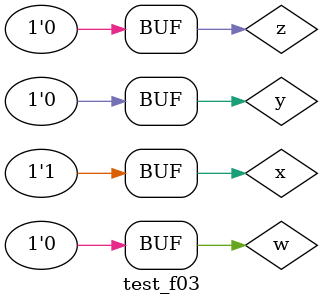
<source format=v>
/*
    -identificação: 

Guia_0603 - 07 / 09 / 2024

Nome: Davi Cândido de Almeida
Matricula: 857859
Código de Pessoa: 1527368

*/

// ----------- Expressão completa-------------- // 
module f03a ( output s, input x, input y, input w, input z );
    // definir dado local

     assign s = ~x&~y&~w&z | ~x&~y&w&~z | ~x&y&~w&z | x&y&~w&~z | x&y&~w&z | x&~y&~w&~z ;

endmodule 

// ----------- Expressão simplificada pelo mapa de Veitch-Karnaugh-------------- // 
module sf03a ( output s, input x, input y, input w, input z );
    // definir dado local

  assign s = ~x&~w&z|  y&~w&z  | x&~w&~z | ~x&~y&w&~z ;
endmodule 


// ----------- Expressão completa-------------- // 
module f03b ( output s, input x, input y, input w, input z );
    // definir dado local

     assign s = ~x&~y&~w&~z | ~x&~y&~w&z | ~x&~y&w&z | ~x&y&~w&z | ~x&y&w&z | x&y&~w&z | x&y&w&z  ;

endmodule 

// ----------- Expressão simplificada pelo mapa de Veitch-Karnaugh-------------- // 
module sf03b ( output s, input x, input y, input w, input z );
    // definir dado local

  assign s = ~x&~y&~w | y&z | ~x&~y&z ;
endmodule 


// ----------- Expressão completa-------------- // 
module f03c ( output s, input x, input y, input w, input z );
    // definir dado local

     assign s = ~x&~y&~w&~z | ~x&~y&~w&z | ~x&~y&w&~z | ~x&y&w&z | ~x&y&w&~z | x&y&w&z | x&y&w&~z | x&~y&w&~z ;

endmodule 

// ----------- Expressão simplificada pelo mapa de Veitch-Karnaugh-------------- // 
module sf03c ( output s, input x, input y, input w, input z );
    // definir dado local

  assign s = ~x&~y&~w | ~x&~y&~z | y&w | x&w&~z;
endmodule 


// ----------- Expressão completa-------------- // 
module f03d ( output s, input x, input y, input w, input z );
    // definir dado local

     assign s = ~x&~y&w&~z | ~x&y&~w&~z | ~x&y&w&z | ~x&y&w&~z | x&y&~w&z | x&y&w&~z | x&~y&w&~z ;

endmodule 

// ----------- Expressão simplificada pelo mapa de Veitch-Karnaugh-------------- // 
module sf03d ( output s, input x, input y, input w, input z );
    // definir dado local

  assign s = w&~z | ~x&y&w | ~x&y&~z | x&y&~w&z ;
endmodule 


// ----------- Expressão completa-------------- // 
module f03e ( output s, input x, input y, input w, input z );
    // definir dado local

     assign s = ~x&~y&~w&~z | x&y&w&~z | x&y&~w&~z | x&~y&~w&~z | ~x&~y&w&~z | x&~y&~w&~z | x&~y&~w&z | x&~y&w&z ;

endmodule 

// ----------- Expressão simplificada pelo mapa de Veitch-Karnaugh-------------- // 
module sf03e ( output s, input x, input y, input w, input z );
    // definir dado local

  assign s = ~y&~w | ~y&w&z | x&~w&z | ~x&w&z ;
endmodule 



module test_f03;
// ------------------------- definir dados
    reg x;
    reg y;
    reg w;
    reg z;

 wire a, b, c, d, e;
 f03a moduloA ( a, x, y, w, z );
 sf03a moduloSA ( aS, x, y, w, z );

 f03b moduloB ( b, x, y, w, z );
 sf03b moduloSB ( bS, x, y, w, z );

 f03c moduloC ( c, x, y, w, z );
 sf03c moduloSC ( cS, x, y, w, z );

 f03d moduloD ( d, x, y, w, z );
 sf03d moduloSD ( dS, x, y, w, z );

  f03e moduloE ( e, x, y, w, z );
 sf03e moduloSE ( eS, x, y, w, z );
 
// ------------------------- parte principal
 initial
 begin : main
    $display("Guia_0603 - Davi Cândido - 857859");
    $display("Test module");
    $display("   x    y    w    z    a    Sa   b    Sb   c    Sc   d    Sd   e    Se");
    // projetar testes do modulo
    $monitor("%4b %4b %4b %4b %4b %4b %4b %4b %4b %4b %4b %4b %4b %4b", x, y, w, z, a, aS, b, bS, c , cS, d, dS, e, eS);
    x = 1'b0; y = 1'b0; w = 1'b0; z = 1'b0;
    #1 x = 1'b0; y = 1'b0; w = 1'b0; z = 1'b1;
    #1 x = 1'b0; y = 1'b0; w = 1'b1; z = 1'b1;
    #1 x = 1'b0; y = 1'b0; w = 1'b1; z = 1'b0;
    #1 x = 1'b0; y = 1'b1; w = 1'b1; z = 1'b0;
    #1 x = 1'b0; y = 1'b1; w = 1'b1; z = 1'b1;
    #1 x = 1'b0; y = 1'b1; w = 1'b0; z = 1'b1;
    #1 x = 1'b0; y = 1'b1; w = 1'b0; z = 1'b0;
    #1 x = 1'b1; y = 1'b1; w = 1'b0; z = 1'b0;
    #1 x = 1'b1; y = 1'b1; w = 1'b0; z = 1'b1;
    #1 x = 1'b1; y = 1'b1; w = 1'b1; z = 1'b1;
    #1 x = 1'b1; y = 1'b1; w = 1'b1; z = 1'b0;
    #1 x = 1'b1; y = 1'b0; w = 1'b1; z = 1'b0;
    #1 x = 1'b1; y = 1'b0; w = 1'b1; z = 1'b1;
    #1 x = 1'b1; y = 1'b0; w = 1'b0; z = 1'b1;
    #1 x = 1'b1; y = 1'b0; w = 1'b0; z = 1'b0;

 end
endmodule

/*
Guia_0603 - Davi Cândido - 857859
Test module
   x    y    w    z    a    Sa   b    Sb   c    Sc   d    Sd   e    Se
   0    0    0    0    0    0    1    1    1    1    0    0    1    1
   0    0    0    1    1    1    1    1    1    1    0    0    0    1
   0    0    1    1    0    0    1    1    0    0    0    0    0    1
   0    0    1    0    1    1    0    0    1    1    1    1    1    0
   0    1    1    0    0    0    0    0    1    1    1    1    0    0
   0    1    1    1    0    0    1    1    1    1    1    1    0    1
   0    1    0    1    1    1    1    1    0    0    0    0    0    0
   0    1    0    0    0    0    0    0    0    0    1    1    0    0
   1    1    0    0    1    1    0    0    0    0    0    0    1    0
   1    1    0    1    1    1    1    1    0    0    1    1    0    1
   1    1    1    1    0    0    1    1    1    1    0    0    0    0
   1    1    1    0    0    0    0    0    1    1    1    1    1    0
   1    0    1    0    0    0    0    0    1    1    1    1    0    0
   1    0    1    1    0    0    0    0    0    0    0    0    1    1
   1    0    0    1    0    0    0    0    0    0    0    0    1    1
   1    0    0    0    1    1    0    0    0    0    0    0    1    1
*/

/*
    -Notas:

Para compilar: iverilog -o Guia_0603.vvp Guia_0603.v
Para executar: vvp Guia_0603.vvp
*/


</source>
